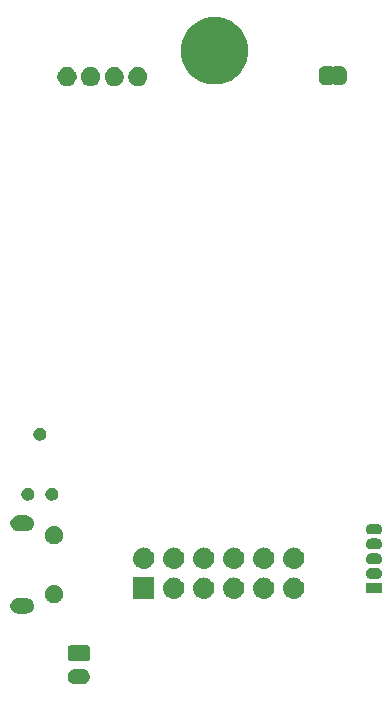
<source format=gbs>
G04 #@! TF.GenerationSoftware,KiCad,Pcbnew,(5.0.1-3-g963ef8bb5)*
G04 #@! TF.CreationDate,2019-10-31T18:10:29+01:00*
G04 #@! TF.ProjectId,oibus-mini-CCC,6F696275732D6D696E692D4343432E6B,rev?*
G04 #@! TF.SameCoordinates,Original*
G04 #@! TF.FileFunction,Soldermask,Bot*
G04 #@! TF.FilePolarity,Negative*
%FSLAX46Y46*%
G04 Gerber Fmt 4.6, Leading zero omitted, Abs format (unit mm)*
G04 Created by KiCad (PCBNEW (5.0.1-3-g963ef8bb5)) date 2019 October 31, Thursday 18:10:29*
%MOMM*%
%LPD*%
G01*
G04 APERTURE LIST*
%ADD10C,0.149860*%
G04 APERTURE END LIST*
D10*
G36*
X7338855Y3647860D02*
X7402618Y3641580D01*
X7484427Y3616763D01*
X7525333Y3604355D01*
X7625491Y3550819D01*
X7638426Y3543905D01*
X7737553Y3462553D01*
X7818905Y3363426D01*
X7818906Y3363424D01*
X7879355Y3250333D01*
X7879355Y3250332D01*
X7916580Y3127618D01*
X7929149Y3000000D01*
X7916580Y2872382D01*
X7891763Y2790573D01*
X7879355Y2749667D01*
X7825819Y2649509D01*
X7818905Y2636574D01*
X7737553Y2537447D01*
X7638426Y2456095D01*
X7638424Y2456094D01*
X7525333Y2395645D01*
X7484427Y2383237D01*
X7402618Y2358420D01*
X7338855Y2352140D01*
X7306974Y2349000D01*
X6693026Y2349000D01*
X6661145Y2352140D01*
X6597382Y2358420D01*
X6515573Y2383237D01*
X6474667Y2395645D01*
X6361576Y2456094D01*
X6361574Y2456095D01*
X6262447Y2537447D01*
X6181095Y2636574D01*
X6174181Y2649509D01*
X6120645Y2749667D01*
X6108237Y2790573D01*
X6083420Y2872382D01*
X6070851Y3000000D01*
X6083420Y3127618D01*
X6120645Y3250332D01*
X6120645Y3250333D01*
X6181094Y3363424D01*
X6181095Y3363426D01*
X6262447Y3462553D01*
X6361574Y3543905D01*
X6374509Y3550819D01*
X6474667Y3604355D01*
X6515573Y3616763D01*
X6597382Y3641580D01*
X6661145Y3647860D01*
X6693026Y3651000D01*
X7306974Y3651000D01*
X7338855Y3647860D01*
X7338855Y3647860D01*
G37*
G36*
X7766242Y5646596D02*
X7803339Y5635343D01*
X7837520Y5617073D01*
X7867482Y5592482D01*
X7892073Y5562520D01*
X7910343Y5528339D01*
X7921596Y5491242D01*
X7926000Y5446527D01*
X7926000Y4553473D01*
X7921596Y4508758D01*
X7910343Y4471661D01*
X7892073Y4437480D01*
X7867482Y4407518D01*
X7837520Y4382927D01*
X7803339Y4364657D01*
X7766242Y4353404D01*
X7721527Y4349000D01*
X6278473Y4349000D01*
X6233758Y4353404D01*
X6196661Y4364657D01*
X6162480Y4382927D01*
X6132518Y4407518D01*
X6107927Y4437480D01*
X6089657Y4471661D01*
X6078404Y4508758D01*
X6074000Y4553473D01*
X6074000Y5446527D01*
X6078404Y5491242D01*
X6089657Y5528339D01*
X6107927Y5562520D01*
X6132518Y5592482D01*
X6162480Y5617073D01*
X6196661Y5635343D01*
X6233758Y5646596D01*
X6278473Y5651000D01*
X7721527Y5651000D01*
X7766242Y5646596D01*
X7766242Y5646596D01*
G37*
G36*
X2613855Y9647860D02*
X2677618Y9641580D01*
X2759427Y9616763D01*
X2800333Y9604355D01*
X2810351Y9599000D01*
X2913426Y9543905D01*
X3012553Y9462553D01*
X3093905Y9363426D01*
X3093906Y9363424D01*
X3154355Y9250333D01*
X3154355Y9250332D01*
X3191580Y9127618D01*
X3204149Y9000000D01*
X3191580Y8872382D01*
X3166763Y8790573D01*
X3154355Y8749667D01*
X3100819Y8649509D01*
X3093905Y8636574D01*
X3012553Y8537447D01*
X2913426Y8456095D01*
X2913424Y8456094D01*
X2800333Y8395645D01*
X2759427Y8383237D01*
X2677618Y8358420D01*
X2613855Y8352140D01*
X2581974Y8349000D01*
X1818026Y8349000D01*
X1786145Y8352140D01*
X1722382Y8358420D01*
X1640573Y8383237D01*
X1599667Y8395645D01*
X1486576Y8456094D01*
X1486574Y8456095D01*
X1387447Y8537447D01*
X1306095Y8636574D01*
X1299181Y8649509D01*
X1245645Y8749667D01*
X1233237Y8790573D01*
X1208420Y8872382D01*
X1195851Y9000000D01*
X1208420Y9127618D01*
X1245645Y9250332D01*
X1245645Y9250333D01*
X1306094Y9363424D01*
X1306095Y9363426D01*
X1387447Y9462553D01*
X1486574Y9543905D01*
X1589649Y9599000D01*
X1599667Y9604355D01*
X1640573Y9616763D01*
X1722382Y9641580D01*
X1786145Y9647860D01*
X1818026Y9651000D01*
X2581974Y9651000D01*
X2613855Y9647860D01*
X2613855Y9647860D01*
G37*
G36*
X5126349Y10746180D02*
X5126352Y10746179D01*
X5126351Y10746179D01*
X5267574Y10687683D01*
X5267575Y10687682D01*
X5394674Y10602757D01*
X5502757Y10494674D01*
X5502759Y10494671D01*
X5587683Y10367574D01*
X5626235Y10274500D01*
X5646180Y10226349D01*
X5676000Y10076431D01*
X5676000Y9923569D01*
X5646180Y9773651D01*
X5646179Y9773649D01*
X5587683Y9632426D01*
X5587682Y9632425D01*
X5502757Y9505326D01*
X5394674Y9397243D01*
X5394671Y9397241D01*
X5267574Y9312317D01*
X5158343Y9267073D01*
X5126349Y9253820D01*
X4976431Y9224000D01*
X4823569Y9224000D01*
X4673651Y9253820D01*
X4641657Y9267073D01*
X4532426Y9312317D01*
X4405329Y9397241D01*
X4405326Y9397243D01*
X4297243Y9505326D01*
X4212318Y9632425D01*
X4212317Y9632426D01*
X4153821Y9773649D01*
X4153820Y9773651D01*
X4124000Y9923569D01*
X4124000Y10076431D01*
X4153820Y10226349D01*
X4173765Y10274500D01*
X4212317Y10367574D01*
X4297241Y10494671D01*
X4297243Y10494674D01*
X4405326Y10602757D01*
X4532425Y10687682D01*
X4532426Y10687683D01*
X4673649Y10746179D01*
X4673648Y10746179D01*
X4673651Y10746180D01*
X4823569Y10776000D01*
X4976431Y10776000D01*
X5126349Y10746180D01*
X5126349Y10746180D01*
G37*
G36*
X15150442Y11394482D02*
X15216627Y11387963D01*
X15329853Y11353616D01*
X15386467Y11336443D01*
X15525087Y11262348D01*
X15542991Y11252778D01*
X15578729Y11223448D01*
X15680186Y11140186D01*
X15763448Y11038729D01*
X15792778Y11002991D01*
X15792779Y11002989D01*
X15876443Y10846467D01*
X15876443Y10846466D01*
X15927963Y10676627D01*
X15945359Y10500000D01*
X15927963Y10323373D01*
X15899792Y10230507D01*
X15876443Y10153533D01*
X15835229Y10076429D01*
X15792778Y9997009D01*
X15763448Y9961271D01*
X15680186Y9859814D01*
X15578729Y9776552D01*
X15542991Y9747222D01*
X15542989Y9747221D01*
X15386467Y9663557D01*
X15345071Y9651000D01*
X15216627Y9612037D01*
X15150443Y9605519D01*
X15084260Y9599000D01*
X14995740Y9599000D01*
X14929557Y9605519D01*
X14863373Y9612037D01*
X14734929Y9651000D01*
X14693533Y9663557D01*
X14537011Y9747221D01*
X14537009Y9747222D01*
X14501271Y9776552D01*
X14399814Y9859814D01*
X14316552Y9961271D01*
X14287222Y9997009D01*
X14244771Y10076429D01*
X14203557Y10153533D01*
X14180208Y10230507D01*
X14152037Y10323373D01*
X14134641Y10500000D01*
X14152037Y10676627D01*
X14203557Y10846466D01*
X14203557Y10846467D01*
X14287221Y11002989D01*
X14287222Y11002991D01*
X14316552Y11038729D01*
X14399814Y11140186D01*
X14501271Y11223448D01*
X14537009Y11252778D01*
X14554913Y11262348D01*
X14693533Y11336443D01*
X14750147Y11353616D01*
X14863373Y11387963D01*
X14929558Y11394482D01*
X14995740Y11401000D01*
X15084260Y11401000D01*
X15150442Y11394482D01*
X15150442Y11394482D01*
G37*
G36*
X13401000Y9599000D02*
X11599000Y9599000D01*
X11599000Y11401000D01*
X13401000Y11401000D01*
X13401000Y9599000D01*
X13401000Y9599000D01*
G37*
G36*
X17690442Y11394482D02*
X17756627Y11387963D01*
X17869853Y11353616D01*
X17926467Y11336443D01*
X18065087Y11262348D01*
X18082991Y11252778D01*
X18118729Y11223448D01*
X18220186Y11140186D01*
X18303448Y11038729D01*
X18332778Y11002991D01*
X18332779Y11002989D01*
X18416443Y10846467D01*
X18416443Y10846466D01*
X18467963Y10676627D01*
X18485359Y10500000D01*
X18467963Y10323373D01*
X18439792Y10230507D01*
X18416443Y10153533D01*
X18375229Y10076429D01*
X18332778Y9997009D01*
X18303448Y9961271D01*
X18220186Y9859814D01*
X18118729Y9776552D01*
X18082991Y9747222D01*
X18082989Y9747221D01*
X17926467Y9663557D01*
X17885071Y9651000D01*
X17756627Y9612037D01*
X17690443Y9605519D01*
X17624260Y9599000D01*
X17535740Y9599000D01*
X17469557Y9605519D01*
X17403373Y9612037D01*
X17274929Y9651000D01*
X17233533Y9663557D01*
X17077011Y9747221D01*
X17077009Y9747222D01*
X17041271Y9776552D01*
X16939814Y9859814D01*
X16856552Y9961271D01*
X16827222Y9997009D01*
X16784771Y10076429D01*
X16743557Y10153533D01*
X16720208Y10230507D01*
X16692037Y10323373D01*
X16674641Y10500000D01*
X16692037Y10676627D01*
X16743557Y10846466D01*
X16743557Y10846467D01*
X16827221Y11002989D01*
X16827222Y11002991D01*
X16856552Y11038729D01*
X16939814Y11140186D01*
X17041271Y11223448D01*
X17077009Y11252778D01*
X17094913Y11262348D01*
X17233533Y11336443D01*
X17290147Y11353616D01*
X17403373Y11387963D01*
X17469558Y11394482D01*
X17535740Y11401000D01*
X17624260Y11401000D01*
X17690442Y11394482D01*
X17690442Y11394482D01*
G37*
G36*
X20230442Y11394482D02*
X20296627Y11387963D01*
X20409853Y11353616D01*
X20466467Y11336443D01*
X20605087Y11262348D01*
X20622991Y11252778D01*
X20658729Y11223448D01*
X20760186Y11140186D01*
X20843448Y11038729D01*
X20872778Y11002991D01*
X20872779Y11002989D01*
X20956443Y10846467D01*
X20956443Y10846466D01*
X21007963Y10676627D01*
X21025359Y10500000D01*
X21007963Y10323373D01*
X20979792Y10230507D01*
X20956443Y10153533D01*
X20915229Y10076429D01*
X20872778Y9997009D01*
X20843448Y9961271D01*
X20760186Y9859814D01*
X20658729Y9776552D01*
X20622991Y9747222D01*
X20622989Y9747221D01*
X20466467Y9663557D01*
X20425071Y9651000D01*
X20296627Y9612037D01*
X20230443Y9605519D01*
X20164260Y9599000D01*
X20075740Y9599000D01*
X20009557Y9605519D01*
X19943373Y9612037D01*
X19814929Y9651000D01*
X19773533Y9663557D01*
X19617011Y9747221D01*
X19617009Y9747222D01*
X19581271Y9776552D01*
X19479814Y9859814D01*
X19396552Y9961271D01*
X19367222Y9997009D01*
X19324771Y10076429D01*
X19283557Y10153533D01*
X19260208Y10230507D01*
X19232037Y10323373D01*
X19214641Y10500000D01*
X19232037Y10676627D01*
X19283557Y10846466D01*
X19283557Y10846467D01*
X19367221Y11002989D01*
X19367222Y11002991D01*
X19396552Y11038729D01*
X19479814Y11140186D01*
X19581271Y11223448D01*
X19617009Y11252778D01*
X19634913Y11262348D01*
X19773533Y11336443D01*
X19830147Y11353616D01*
X19943373Y11387963D01*
X20009558Y11394482D01*
X20075740Y11401000D01*
X20164260Y11401000D01*
X20230442Y11394482D01*
X20230442Y11394482D01*
G37*
G36*
X22770442Y11394482D02*
X22836627Y11387963D01*
X22949853Y11353616D01*
X23006467Y11336443D01*
X23145087Y11262348D01*
X23162991Y11252778D01*
X23198729Y11223448D01*
X23300186Y11140186D01*
X23383448Y11038729D01*
X23412778Y11002991D01*
X23412779Y11002989D01*
X23496443Y10846467D01*
X23496443Y10846466D01*
X23547963Y10676627D01*
X23565359Y10500000D01*
X23547963Y10323373D01*
X23519792Y10230507D01*
X23496443Y10153533D01*
X23455229Y10076429D01*
X23412778Y9997009D01*
X23383448Y9961271D01*
X23300186Y9859814D01*
X23198729Y9776552D01*
X23162991Y9747222D01*
X23162989Y9747221D01*
X23006467Y9663557D01*
X22965071Y9651000D01*
X22836627Y9612037D01*
X22770443Y9605519D01*
X22704260Y9599000D01*
X22615740Y9599000D01*
X22549557Y9605519D01*
X22483373Y9612037D01*
X22354929Y9651000D01*
X22313533Y9663557D01*
X22157011Y9747221D01*
X22157009Y9747222D01*
X22121271Y9776552D01*
X22019814Y9859814D01*
X21936552Y9961271D01*
X21907222Y9997009D01*
X21864771Y10076429D01*
X21823557Y10153533D01*
X21800208Y10230507D01*
X21772037Y10323373D01*
X21754641Y10500000D01*
X21772037Y10676627D01*
X21823557Y10846466D01*
X21823557Y10846467D01*
X21907221Y11002989D01*
X21907222Y11002991D01*
X21936552Y11038729D01*
X22019814Y11140186D01*
X22121271Y11223448D01*
X22157009Y11252778D01*
X22174913Y11262348D01*
X22313533Y11336443D01*
X22370147Y11353616D01*
X22483373Y11387963D01*
X22549558Y11394482D01*
X22615740Y11401000D01*
X22704260Y11401000D01*
X22770442Y11394482D01*
X22770442Y11394482D01*
G37*
G36*
X25310442Y11394482D02*
X25376627Y11387963D01*
X25489853Y11353616D01*
X25546467Y11336443D01*
X25685087Y11262348D01*
X25702991Y11252778D01*
X25738729Y11223448D01*
X25840186Y11140186D01*
X25923448Y11038729D01*
X25952778Y11002991D01*
X25952779Y11002989D01*
X26036443Y10846467D01*
X26036443Y10846466D01*
X26087963Y10676627D01*
X26105359Y10500000D01*
X26087963Y10323373D01*
X26059792Y10230507D01*
X26036443Y10153533D01*
X25995229Y10076429D01*
X25952778Y9997009D01*
X25923448Y9961271D01*
X25840186Y9859814D01*
X25738729Y9776552D01*
X25702991Y9747222D01*
X25702989Y9747221D01*
X25546467Y9663557D01*
X25505071Y9651000D01*
X25376627Y9612037D01*
X25310443Y9605519D01*
X25244260Y9599000D01*
X25155740Y9599000D01*
X25089557Y9605519D01*
X25023373Y9612037D01*
X24894929Y9651000D01*
X24853533Y9663557D01*
X24697011Y9747221D01*
X24697009Y9747222D01*
X24661271Y9776552D01*
X24559814Y9859814D01*
X24476552Y9961271D01*
X24447222Y9997009D01*
X24404771Y10076429D01*
X24363557Y10153533D01*
X24340208Y10230507D01*
X24312037Y10323373D01*
X24294641Y10500000D01*
X24312037Y10676627D01*
X24363557Y10846466D01*
X24363557Y10846467D01*
X24447221Y11002989D01*
X24447222Y11002991D01*
X24476552Y11038729D01*
X24559814Y11140186D01*
X24661271Y11223448D01*
X24697009Y11252778D01*
X24714913Y11262348D01*
X24853533Y11336443D01*
X24910147Y11353616D01*
X25023373Y11387963D01*
X25089558Y11394482D01*
X25155740Y11401000D01*
X25244260Y11401000D01*
X25310442Y11394482D01*
X25310442Y11394482D01*
G37*
G36*
X32569683Y10947275D02*
X32600144Y10938034D01*
X32628223Y10923025D01*
X32652831Y10902831D01*
X32673025Y10878223D01*
X32688034Y10850144D01*
X32697275Y10819683D01*
X32701000Y10781860D01*
X32701000Y10218140D01*
X32697275Y10180317D01*
X32688034Y10149856D01*
X32673025Y10121777D01*
X32652831Y10097169D01*
X32628223Y10076975D01*
X32600144Y10061966D01*
X32569683Y10052725D01*
X32531860Y10049000D01*
X31468140Y10049000D01*
X31430317Y10052725D01*
X31399856Y10061966D01*
X31371777Y10076975D01*
X31347169Y10097169D01*
X31326975Y10121777D01*
X31311966Y10149856D01*
X31302725Y10180317D01*
X31299000Y10218140D01*
X31299000Y10781860D01*
X31302725Y10819683D01*
X31311966Y10850144D01*
X31326975Y10878223D01*
X31347169Y10902831D01*
X31371777Y10923025D01*
X31399856Y10938034D01*
X31430317Y10947275D01*
X31468140Y10951000D01*
X32531860Y10951000D01*
X32569683Y10947275D01*
X32569683Y10947275D01*
G37*
G36*
X32338413Y12194475D02*
X32413456Y12171710D01*
X32423425Y12168686D01*
X32501774Y12126807D01*
X32570448Y12070448D01*
X32626807Y12001774D01*
X32668686Y11923425D01*
X32668687Y11923421D01*
X32694475Y11838413D01*
X32703182Y11750000D01*
X32694475Y11661587D01*
X32671710Y11586544D01*
X32668686Y11576575D01*
X32626807Y11498226D01*
X32570448Y11429552D01*
X32501774Y11373193D01*
X32423425Y11331314D01*
X32413456Y11328290D01*
X32338413Y11305525D01*
X32272158Y11299000D01*
X31727842Y11299000D01*
X31661587Y11305525D01*
X31586544Y11328290D01*
X31576575Y11331314D01*
X31498226Y11373193D01*
X31429552Y11429552D01*
X31373193Y11498226D01*
X31331314Y11576575D01*
X31328290Y11586544D01*
X31305525Y11661587D01*
X31296818Y11750000D01*
X31305525Y11838413D01*
X31331313Y11923421D01*
X31331314Y11923425D01*
X31373193Y12001774D01*
X31429552Y12070448D01*
X31498226Y12126807D01*
X31576575Y12168686D01*
X31586544Y12171710D01*
X31661587Y12194475D01*
X31727842Y12201000D01*
X32272158Y12201000D01*
X32338413Y12194475D01*
X32338413Y12194475D01*
G37*
G36*
X25310443Y13934481D02*
X25376627Y13927963D01*
X25489853Y13893616D01*
X25546467Y13876443D01*
X25630896Y13831314D01*
X25702991Y13792778D01*
X25738729Y13763448D01*
X25840186Y13680186D01*
X25923448Y13578729D01*
X25952778Y13542991D01*
X25952779Y13542989D01*
X26036443Y13386467D01*
X26053616Y13329853D01*
X26087963Y13216627D01*
X26105359Y13040000D01*
X26087963Y12863373D01*
X26076800Y12826575D01*
X26036443Y12693533D01*
X25998845Y12623194D01*
X25952778Y12537009D01*
X25923448Y12501271D01*
X25840186Y12399814D01*
X25738729Y12316552D01*
X25702991Y12287222D01*
X25702989Y12287221D01*
X25546467Y12203557D01*
X25489853Y12186384D01*
X25376627Y12152037D01*
X25310443Y12145519D01*
X25244260Y12139000D01*
X25155740Y12139000D01*
X25089558Y12145518D01*
X25023373Y12152037D01*
X24910147Y12186384D01*
X24853533Y12203557D01*
X24697011Y12287221D01*
X24697009Y12287222D01*
X24661271Y12316552D01*
X24559814Y12399814D01*
X24476552Y12501271D01*
X24447222Y12537009D01*
X24401155Y12623194D01*
X24363557Y12693533D01*
X24323200Y12826575D01*
X24312037Y12863373D01*
X24294641Y13040000D01*
X24312037Y13216627D01*
X24346384Y13329853D01*
X24363557Y13386467D01*
X24447221Y13542989D01*
X24447222Y13542991D01*
X24476552Y13578729D01*
X24559814Y13680186D01*
X24661271Y13763448D01*
X24697009Y13792778D01*
X24769104Y13831314D01*
X24853533Y13876443D01*
X24910147Y13893616D01*
X25023373Y13927963D01*
X25089557Y13934481D01*
X25155740Y13941000D01*
X25244260Y13941000D01*
X25310443Y13934481D01*
X25310443Y13934481D01*
G37*
G36*
X22770443Y13934481D02*
X22836627Y13927963D01*
X22949853Y13893616D01*
X23006467Y13876443D01*
X23090896Y13831314D01*
X23162991Y13792778D01*
X23198729Y13763448D01*
X23300186Y13680186D01*
X23383448Y13578729D01*
X23412778Y13542991D01*
X23412779Y13542989D01*
X23496443Y13386467D01*
X23513616Y13329853D01*
X23547963Y13216627D01*
X23565359Y13040000D01*
X23547963Y12863373D01*
X23536800Y12826575D01*
X23496443Y12693533D01*
X23458845Y12623194D01*
X23412778Y12537009D01*
X23383448Y12501271D01*
X23300186Y12399814D01*
X23198729Y12316552D01*
X23162991Y12287222D01*
X23162989Y12287221D01*
X23006467Y12203557D01*
X22949853Y12186384D01*
X22836627Y12152037D01*
X22770443Y12145519D01*
X22704260Y12139000D01*
X22615740Y12139000D01*
X22549558Y12145518D01*
X22483373Y12152037D01*
X22370147Y12186384D01*
X22313533Y12203557D01*
X22157011Y12287221D01*
X22157009Y12287222D01*
X22121271Y12316552D01*
X22019814Y12399814D01*
X21936552Y12501271D01*
X21907222Y12537009D01*
X21861155Y12623194D01*
X21823557Y12693533D01*
X21783200Y12826575D01*
X21772037Y12863373D01*
X21754641Y13040000D01*
X21772037Y13216627D01*
X21806384Y13329853D01*
X21823557Y13386467D01*
X21907221Y13542989D01*
X21907222Y13542991D01*
X21936552Y13578729D01*
X22019814Y13680186D01*
X22121271Y13763448D01*
X22157009Y13792778D01*
X22229104Y13831314D01*
X22313533Y13876443D01*
X22370147Y13893616D01*
X22483373Y13927963D01*
X22549557Y13934481D01*
X22615740Y13941000D01*
X22704260Y13941000D01*
X22770443Y13934481D01*
X22770443Y13934481D01*
G37*
G36*
X20230443Y13934481D02*
X20296627Y13927963D01*
X20409853Y13893616D01*
X20466467Y13876443D01*
X20550896Y13831314D01*
X20622991Y13792778D01*
X20658729Y13763448D01*
X20760186Y13680186D01*
X20843448Y13578729D01*
X20872778Y13542991D01*
X20872779Y13542989D01*
X20956443Y13386467D01*
X20973616Y13329853D01*
X21007963Y13216627D01*
X21025359Y13040000D01*
X21007963Y12863373D01*
X20996800Y12826575D01*
X20956443Y12693533D01*
X20918845Y12623194D01*
X20872778Y12537009D01*
X20843448Y12501271D01*
X20760186Y12399814D01*
X20658729Y12316552D01*
X20622991Y12287222D01*
X20622989Y12287221D01*
X20466467Y12203557D01*
X20409853Y12186384D01*
X20296627Y12152037D01*
X20230443Y12145519D01*
X20164260Y12139000D01*
X20075740Y12139000D01*
X20009558Y12145518D01*
X19943373Y12152037D01*
X19830147Y12186384D01*
X19773533Y12203557D01*
X19617011Y12287221D01*
X19617009Y12287222D01*
X19581271Y12316552D01*
X19479814Y12399814D01*
X19396552Y12501271D01*
X19367222Y12537009D01*
X19321155Y12623194D01*
X19283557Y12693533D01*
X19243200Y12826575D01*
X19232037Y12863373D01*
X19214641Y13040000D01*
X19232037Y13216627D01*
X19266384Y13329853D01*
X19283557Y13386467D01*
X19367221Y13542989D01*
X19367222Y13542991D01*
X19396552Y13578729D01*
X19479814Y13680186D01*
X19581271Y13763448D01*
X19617009Y13792778D01*
X19689104Y13831314D01*
X19773533Y13876443D01*
X19830147Y13893616D01*
X19943373Y13927963D01*
X20009557Y13934481D01*
X20075740Y13941000D01*
X20164260Y13941000D01*
X20230443Y13934481D01*
X20230443Y13934481D01*
G37*
G36*
X17690443Y13934481D02*
X17756627Y13927963D01*
X17869853Y13893616D01*
X17926467Y13876443D01*
X18010896Y13831314D01*
X18082991Y13792778D01*
X18118729Y13763448D01*
X18220186Y13680186D01*
X18303448Y13578729D01*
X18332778Y13542991D01*
X18332779Y13542989D01*
X18416443Y13386467D01*
X18433616Y13329853D01*
X18467963Y13216627D01*
X18485359Y13040000D01*
X18467963Y12863373D01*
X18456800Y12826575D01*
X18416443Y12693533D01*
X18378845Y12623194D01*
X18332778Y12537009D01*
X18303448Y12501271D01*
X18220186Y12399814D01*
X18118729Y12316552D01*
X18082991Y12287222D01*
X18082989Y12287221D01*
X17926467Y12203557D01*
X17869853Y12186384D01*
X17756627Y12152037D01*
X17690443Y12145519D01*
X17624260Y12139000D01*
X17535740Y12139000D01*
X17469558Y12145518D01*
X17403373Y12152037D01*
X17290147Y12186384D01*
X17233533Y12203557D01*
X17077011Y12287221D01*
X17077009Y12287222D01*
X17041271Y12316552D01*
X16939814Y12399814D01*
X16856552Y12501271D01*
X16827222Y12537009D01*
X16781155Y12623194D01*
X16743557Y12693533D01*
X16703200Y12826575D01*
X16692037Y12863373D01*
X16674641Y13040000D01*
X16692037Y13216627D01*
X16726384Y13329853D01*
X16743557Y13386467D01*
X16827221Y13542989D01*
X16827222Y13542991D01*
X16856552Y13578729D01*
X16939814Y13680186D01*
X17041271Y13763448D01*
X17077009Y13792778D01*
X17149104Y13831314D01*
X17233533Y13876443D01*
X17290147Y13893616D01*
X17403373Y13927963D01*
X17469557Y13934481D01*
X17535740Y13941000D01*
X17624260Y13941000D01*
X17690443Y13934481D01*
X17690443Y13934481D01*
G37*
G36*
X15150443Y13934481D02*
X15216627Y13927963D01*
X15329853Y13893616D01*
X15386467Y13876443D01*
X15470896Y13831314D01*
X15542991Y13792778D01*
X15578729Y13763448D01*
X15680186Y13680186D01*
X15763448Y13578729D01*
X15792778Y13542991D01*
X15792779Y13542989D01*
X15876443Y13386467D01*
X15893616Y13329853D01*
X15927963Y13216627D01*
X15945359Y13040000D01*
X15927963Y12863373D01*
X15916800Y12826575D01*
X15876443Y12693533D01*
X15838845Y12623194D01*
X15792778Y12537009D01*
X15763448Y12501271D01*
X15680186Y12399814D01*
X15578729Y12316552D01*
X15542991Y12287222D01*
X15542989Y12287221D01*
X15386467Y12203557D01*
X15329853Y12186384D01*
X15216627Y12152037D01*
X15150443Y12145519D01*
X15084260Y12139000D01*
X14995740Y12139000D01*
X14929558Y12145518D01*
X14863373Y12152037D01*
X14750147Y12186384D01*
X14693533Y12203557D01*
X14537011Y12287221D01*
X14537009Y12287222D01*
X14501271Y12316552D01*
X14399814Y12399814D01*
X14316552Y12501271D01*
X14287222Y12537009D01*
X14241155Y12623194D01*
X14203557Y12693533D01*
X14163200Y12826575D01*
X14152037Y12863373D01*
X14134641Y13040000D01*
X14152037Y13216627D01*
X14186384Y13329853D01*
X14203557Y13386467D01*
X14287221Y13542989D01*
X14287222Y13542991D01*
X14316552Y13578729D01*
X14399814Y13680186D01*
X14501271Y13763448D01*
X14537009Y13792778D01*
X14609104Y13831314D01*
X14693533Y13876443D01*
X14750147Y13893616D01*
X14863373Y13927963D01*
X14929557Y13934481D01*
X14995740Y13941000D01*
X15084260Y13941000D01*
X15150443Y13934481D01*
X15150443Y13934481D01*
G37*
G36*
X12610443Y13934481D02*
X12676627Y13927963D01*
X12789853Y13893616D01*
X12846467Y13876443D01*
X12930896Y13831314D01*
X13002991Y13792778D01*
X13038729Y13763448D01*
X13140186Y13680186D01*
X13223448Y13578729D01*
X13252778Y13542991D01*
X13252779Y13542989D01*
X13336443Y13386467D01*
X13353616Y13329853D01*
X13387963Y13216627D01*
X13405359Y13040000D01*
X13387963Y12863373D01*
X13376800Y12826575D01*
X13336443Y12693533D01*
X13298845Y12623194D01*
X13252778Y12537009D01*
X13223448Y12501271D01*
X13140186Y12399814D01*
X13038729Y12316552D01*
X13002991Y12287222D01*
X13002989Y12287221D01*
X12846467Y12203557D01*
X12789853Y12186384D01*
X12676627Y12152037D01*
X12610443Y12145519D01*
X12544260Y12139000D01*
X12455740Y12139000D01*
X12389558Y12145518D01*
X12323373Y12152037D01*
X12210147Y12186384D01*
X12153533Y12203557D01*
X11997011Y12287221D01*
X11997009Y12287222D01*
X11961271Y12316552D01*
X11859814Y12399814D01*
X11776552Y12501271D01*
X11747222Y12537009D01*
X11701155Y12623194D01*
X11663557Y12693533D01*
X11623200Y12826575D01*
X11612037Y12863373D01*
X11594641Y13040000D01*
X11612037Y13216627D01*
X11646384Y13329853D01*
X11663557Y13386467D01*
X11747221Y13542989D01*
X11747222Y13542991D01*
X11776552Y13578729D01*
X11859814Y13680186D01*
X11961271Y13763448D01*
X11997009Y13792778D01*
X12069104Y13831314D01*
X12153533Y13876443D01*
X12210147Y13893616D01*
X12323373Y13927963D01*
X12389557Y13934481D01*
X12455740Y13941000D01*
X12544260Y13941000D01*
X12610443Y13934481D01*
X12610443Y13934481D01*
G37*
G36*
X32338413Y13444475D02*
X32413456Y13421710D01*
X32423425Y13418686D01*
X32501774Y13376807D01*
X32570448Y13320448D01*
X32626807Y13251774D01*
X32668686Y13173425D01*
X32668687Y13173421D01*
X32694475Y13088413D01*
X32703182Y13000000D01*
X32694475Y12911587D01*
X32671710Y12836544D01*
X32668686Y12826575D01*
X32626807Y12748226D01*
X32570448Y12679552D01*
X32501774Y12623193D01*
X32423425Y12581314D01*
X32413456Y12578290D01*
X32338413Y12555525D01*
X32272158Y12549000D01*
X31727842Y12549000D01*
X31661587Y12555525D01*
X31586544Y12578290D01*
X31576575Y12581314D01*
X31498226Y12623193D01*
X31429552Y12679552D01*
X31373193Y12748226D01*
X31331314Y12826575D01*
X31328290Y12836544D01*
X31305525Y12911587D01*
X31296818Y13000000D01*
X31305525Y13088413D01*
X31331313Y13173421D01*
X31331314Y13173425D01*
X31373193Y13251774D01*
X31429552Y13320448D01*
X31498226Y13376807D01*
X31576575Y13418686D01*
X31586544Y13421710D01*
X31661587Y13444475D01*
X31727842Y13451000D01*
X32272158Y13451000D01*
X32338413Y13444475D01*
X32338413Y13444475D01*
G37*
G36*
X32338413Y14694475D02*
X32413456Y14671710D01*
X32423425Y14668686D01*
X32501774Y14626807D01*
X32570448Y14570448D01*
X32626807Y14501774D01*
X32668686Y14423425D01*
X32668687Y14423421D01*
X32694475Y14338413D01*
X32703182Y14250000D01*
X32694475Y14161587D01*
X32671710Y14086544D01*
X32668686Y14076575D01*
X32626807Y13998226D01*
X32570448Y13929552D01*
X32501774Y13873193D01*
X32423425Y13831314D01*
X32413456Y13828290D01*
X32338413Y13805525D01*
X32272158Y13799000D01*
X31727842Y13799000D01*
X31661587Y13805525D01*
X31586544Y13828290D01*
X31576575Y13831314D01*
X31498226Y13873193D01*
X31429552Y13929552D01*
X31373193Y13998226D01*
X31331314Y14076575D01*
X31328290Y14086544D01*
X31305525Y14161587D01*
X31296818Y14250000D01*
X31305525Y14338413D01*
X31331313Y14423421D01*
X31331314Y14423425D01*
X31373193Y14501774D01*
X31429552Y14570448D01*
X31498226Y14626807D01*
X31576575Y14668686D01*
X31586544Y14671710D01*
X31661587Y14694475D01*
X31727842Y14701000D01*
X32272158Y14701000D01*
X32338413Y14694475D01*
X32338413Y14694475D01*
G37*
G36*
X5126349Y15746180D02*
X5126352Y15746179D01*
X5126351Y15746179D01*
X5267574Y15687683D01*
X5392956Y15603905D01*
X5394674Y15602757D01*
X5502757Y15494674D01*
X5502759Y15494671D01*
X5587683Y15367574D01*
X5604665Y15326575D01*
X5646180Y15226349D01*
X5676000Y15076431D01*
X5676000Y14923569D01*
X5646180Y14773651D01*
X5646179Y14773649D01*
X5587683Y14632426D01*
X5546270Y14570448D01*
X5502757Y14505326D01*
X5394674Y14397243D01*
X5394671Y14397241D01*
X5267574Y14312317D01*
X5158343Y14267073D01*
X5126349Y14253820D01*
X4976431Y14224000D01*
X4823569Y14224000D01*
X4673651Y14253820D01*
X4641657Y14267073D01*
X4532426Y14312317D01*
X4405329Y14397241D01*
X4405326Y14397243D01*
X4297243Y14505326D01*
X4253730Y14570448D01*
X4212317Y14632426D01*
X4153821Y14773649D01*
X4153820Y14773651D01*
X4124000Y14923569D01*
X4124000Y15076431D01*
X4153820Y15226349D01*
X4195335Y15326575D01*
X4212317Y15367574D01*
X4297241Y15494671D01*
X4297243Y15494674D01*
X4405326Y15602757D01*
X4407044Y15603905D01*
X4532426Y15687683D01*
X4673649Y15746179D01*
X4673648Y15746179D01*
X4673651Y15746180D01*
X4823569Y15776000D01*
X4976431Y15776000D01*
X5126349Y15746180D01*
X5126349Y15746180D01*
G37*
G36*
X32338413Y15944475D02*
X32413456Y15921710D01*
X32423425Y15918686D01*
X32501774Y15876807D01*
X32570448Y15820448D01*
X32626807Y15751774D01*
X32668686Y15673425D01*
X32668687Y15673421D01*
X32694475Y15588413D01*
X32703182Y15500000D01*
X32694475Y15411587D01*
X32671710Y15336544D01*
X32668686Y15326575D01*
X32626807Y15248226D01*
X32570448Y15179552D01*
X32501774Y15123193D01*
X32423425Y15081314D01*
X32413456Y15078290D01*
X32338413Y15055525D01*
X32272158Y15049000D01*
X31727842Y15049000D01*
X31661587Y15055525D01*
X31586544Y15078290D01*
X31576575Y15081314D01*
X31498226Y15123193D01*
X31429552Y15179552D01*
X31373193Y15248226D01*
X31331314Y15326575D01*
X31328290Y15336544D01*
X31305525Y15411587D01*
X31296818Y15500000D01*
X31305525Y15588413D01*
X31331313Y15673421D01*
X31331314Y15673425D01*
X31373193Y15751774D01*
X31429552Y15820448D01*
X31498226Y15876807D01*
X31576575Y15918686D01*
X31586544Y15921710D01*
X31661587Y15944475D01*
X31727842Y15951000D01*
X32272158Y15951000D01*
X32338413Y15944475D01*
X32338413Y15944475D01*
G37*
G36*
X2613855Y16647860D02*
X2677618Y16641580D01*
X2759427Y16616763D01*
X2800333Y16604355D01*
X2900491Y16550819D01*
X2913426Y16543905D01*
X3012553Y16462553D01*
X3093905Y16363426D01*
X3093906Y16363424D01*
X3154355Y16250333D01*
X3154355Y16250332D01*
X3191580Y16127618D01*
X3204149Y16000000D01*
X3191580Y15872382D01*
X3175826Y15820448D01*
X3154355Y15749667D01*
X3121223Y15687682D01*
X3093905Y15636574D01*
X3012553Y15537447D01*
X2913426Y15456095D01*
X2913424Y15456094D01*
X2800333Y15395645D01*
X2759427Y15383237D01*
X2677618Y15358420D01*
X2613855Y15352140D01*
X2581974Y15349000D01*
X1818026Y15349000D01*
X1786145Y15352140D01*
X1722382Y15358420D01*
X1640573Y15383237D01*
X1599667Y15395645D01*
X1486576Y15456094D01*
X1486574Y15456095D01*
X1387447Y15537447D01*
X1306095Y15636574D01*
X1278777Y15687682D01*
X1245645Y15749667D01*
X1224174Y15820448D01*
X1208420Y15872382D01*
X1195851Y16000000D01*
X1208420Y16127618D01*
X1245645Y16250332D01*
X1245645Y16250333D01*
X1306094Y16363424D01*
X1306095Y16363426D01*
X1387447Y16462553D01*
X1486574Y16543905D01*
X1499509Y16550819D01*
X1599667Y16604355D01*
X1640573Y16616763D01*
X1722382Y16641580D01*
X1786145Y16647860D01*
X1818026Y16651000D01*
X2581974Y16651000D01*
X2613855Y16647860D01*
X2613855Y16647860D01*
G37*
G36*
X4875350Y18985306D02*
X4974770Y18944125D01*
X5064249Y18884337D01*
X5140337Y18808249D01*
X5200125Y18718770D01*
X5241306Y18619350D01*
X5262300Y18513806D01*
X5262300Y18406194D01*
X5241306Y18300650D01*
X5200125Y18201230D01*
X5140337Y18111751D01*
X5064249Y18035663D01*
X5064246Y18035661D01*
X4974770Y17975875D01*
X4875350Y17934694D01*
X4769806Y17913700D01*
X4662194Y17913700D01*
X4556650Y17934694D01*
X4457230Y17975875D01*
X4367754Y18035661D01*
X4367751Y18035663D01*
X4291663Y18111751D01*
X4231875Y18201230D01*
X4190694Y18300650D01*
X4169700Y18406194D01*
X4169700Y18513806D01*
X4190694Y18619350D01*
X4231875Y18718770D01*
X4291663Y18808249D01*
X4367751Y18884337D01*
X4457230Y18944125D01*
X4556650Y18985306D01*
X4662194Y19006300D01*
X4769806Y19006300D01*
X4875350Y18985306D01*
X4875350Y18985306D01*
G37*
G36*
X2843350Y18985306D02*
X2942770Y18944125D01*
X3032249Y18884337D01*
X3108337Y18808249D01*
X3168125Y18718770D01*
X3209306Y18619350D01*
X3230300Y18513806D01*
X3230300Y18406194D01*
X3209306Y18300650D01*
X3168125Y18201230D01*
X3108337Y18111751D01*
X3032249Y18035663D01*
X3032246Y18035661D01*
X2942770Y17975875D01*
X2843350Y17934694D01*
X2737806Y17913700D01*
X2630194Y17913700D01*
X2524650Y17934694D01*
X2425230Y17975875D01*
X2335754Y18035661D01*
X2335751Y18035663D01*
X2259663Y18111751D01*
X2199875Y18201230D01*
X2158694Y18300650D01*
X2137700Y18406194D01*
X2137700Y18513806D01*
X2158694Y18619350D01*
X2199875Y18718770D01*
X2259663Y18808249D01*
X2335751Y18884337D01*
X2425230Y18944125D01*
X2524650Y18985306D01*
X2630194Y19006300D01*
X2737806Y19006300D01*
X2843350Y18985306D01*
X2843350Y18985306D01*
G37*
G36*
X3859350Y24065306D02*
X3958770Y24024125D01*
X4048249Y23964337D01*
X4124337Y23888249D01*
X4184125Y23798770D01*
X4225306Y23699350D01*
X4246300Y23593806D01*
X4246300Y23486194D01*
X4225306Y23380650D01*
X4184125Y23281230D01*
X4124337Y23191751D01*
X4048249Y23115663D01*
X4048246Y23115661D01*
X3958770Y23055875D01*
X3859350Y23014694D01*
X3753806Y22993700D01*
X3646194Y22993700D01*
X3540650Y23014694D01*
X3441230Y23055875D01*
X3351754Y23115661D01*
X3351751Y23115663D01*
X3275663Y23191751D01*
X3215875Y23281230D01*
X3174694Y23380650D01*
X3153700Y23486194D01*
X3153700Y23593806D01*
X3174694Y23699350D01*
X3215875Y23798770D01*
X3275663Y23888249D01*
X3351751Y23964337D01*
X3441230Y24024125D01*
X3540650Y24065306D01*
X3646194Y24086300D01*
X3753806Y24086300D01*
X3859350Y24065306D01*
X3859350Y24065306D01*
G37*
G36*
X8237142Y54581758D02*
X8385102Y54520470D01*
X8518258Y54431498D01*
X8631498Y54318258D01*
X8711178Y54199009D01*
X8720471Y54185100D01*
X8729957Y54162198D01*
X8781758Y54037142D01*
X8813000Y53880075D01*
X8813000Y53719925D01*
X8781758Y53562858D01*
X8720470Y53414898D01*
X8706968Y53394691D01*
X8631499Y53281743D01*
X8518257Y53168501D01*
X8461218Y53130389D01*
X8385102Y53079530D01*
X8237142Y53018242D01*
X8080075Y52987000D01*
X7919925Y52987000D01*
X7762858Y53018242D01*
X7614898Y53079530D01*
X7538782Y53130389D01*
X7481743Y53168501D01*
X7368501Y53281743D01*
X7293032Y53394691D01*
X7279530Y53414898D01*
X7218242Y53562858D01*
X7187000Y53719925D01*
X7187000Y53880075D01*
X7218242Y54037142D01*
X7270043Y54162198D01*
X7279529Y54185100D01*
X7288823Y54199009D01*
X7368502Y54318258D01*
X7481742Y54431498D01*
X7614898Y54520470D01*
X7762858Y54581758D01*
X7919925Y54613000D01*
X8080075Y54613000D01*
X8237142Y54581758D01*
X8237142Y54581758D01*
G37*
G36*
X10237142Y54581758D02*
X10385102Y54520470D01*
X10518258Y54431498D01*
X10631498Y54318258D01*
X10711178Y54199009D01*
X10720471Y54185100D01*
X10729957Y54162198D01*
X10781758Y54037142D01*
X10813000Y53880075D01*
X10813000Y53719925D01*
X10781758Y53562858D01*
X10720470Y53414898D01*
X10706968Y53394691D01*
X10631499Y53281743D01*
X10518257Y53168501D01*
X10461218Y53130389D01*
X10385102Y53079530D01*
X10237142Y53018242D01*
X10080075Y52987000D01*
X9919925Y52987000D01*
X9762858Y53018242D01*
X9614898Y53079530D01*
X9538782Y53130389D01*
X9481743Y53168501D01*
X9368501Y53281743D01*
X9293032Y53394691D01*
X9279530Y53414898D01*
X9218242Y53562858D01*
X9187000Y53719925D01*
X9187000Y53880075D01*
X9218242Y54037142D01*
X9270043Y54162198D01*
X9279529Y54185100D01*
X9288823Y54199009D01*
X9368502Y54318258D01*
X9481742Y54431498D01*
X9614898Y54520470D01*
X9762858Y54581758D01*
X9919925Y54613000D01*
X10080075Y54613000D01*
X10237142Y54581758D01*
X10237142Y54581758D01*
G37*
G36*
X12237142Y54581758D02*
X12385102Y54520470D01*
X12518258Y54431498D01*
X12631498Y54318258D01*
X12711178Y54199009D01*
X12720471Y54185100D01*
X12729957Y54162198D01*
X12781758Y54037142D01*
X12813000Y53880075D01*
X12813000Y53719925D01*
X12781758Y53562858D01*
X12720470Y53414898D01*
X12706968Y53394691D01*
X12631499Y53281743D01*
X12518257Y53168501D01*
X12461218Y53130389D01*
X12385102Y53079530D01*
X12237142Y53018242D01*
X12080075Y52987000D01*
X11919925Y52987000D01*
X11762858Y53018242D01*
X11614898Y53079530D01*
X11538782Y53130389D01*
X11481743Y53168501D01*
X11368501Y53281743D01*
X11293032Y53394691D01*
X11279530Y53414898D01*
X11218242Y53562858D01*
X11187000Y53719925D01*
X11187000Y53880075D01*
X11218242Y54037142D01*
X11270043Y54162198D01*
X11279529Y54185100D01*
X11288823Y54199009D01*
X11368502Y54318258D01*
X11481742Y54431498D01*
X11614898Y54520470D01*
X11762858Y54581758D01*
X11919925Y54613000D01*
X12080075Y54613000D01*
X12237142Y54581758D01*
X12237142Y54581758D01*
G37*
G36*
X6237142Y54581758D02*
X6385102Y54520470D01*
X6518258Y54431498D01*
X6631498Y54318258D01*
X6711178Y54199009D01*
X6720471Y54185100D01*
X6729957Y54162198D01*
X6781758Y54037142D01*
X6813000Y53880075D01*
X6813000Y53719925D01*
X6781758Y53562858D01*
X6720470Y53414898D01*
X6706968Y53394691D01*
X6631499Y53281743D01*
X6518257Y53168501D01*
X6461218Y53130389D01*
X6385102Y53079530D01*
X6237142Y53018242D01*
X6080075Y52987000D01*
X5919925Y52987000D01*
X5762858Y53018242D01*
X5614898Y53079530D01*
X5538782Y53130389D01*
X5481743Y53168501D01*
X5368501Y53281743D01*
X5293032Y53394691D01*
X5279530Y53414898D01*
X5218242Y53562858D01*
X5187000Y53719925D01*
X5187000Y53880075D01*
X5218242Y54037142D01*
X5270043Y54162198D01*
X5279529Y54185100D01*
X5288823Y54199009D01*
X5368502Y54318258D01*
X5481742Y54431498D01*
X5614898Y54520470D01*
X5762858Y54581758D01*
X5919925Y54613000D01*
X6080075Y54613000D01*
X6237142Y54581758D01*
X6237142Y54581758D01*
G37*
G36*
X28359999Y54700263D02*
X28369611Y54697347D01*
X28378469Y54692612D01*
X28386237Y54686237D01*
X28396446Y54673798D01*
X28403372Y54663432D01*
X28420698Y54646105D01*
X28441073Y54632490D01*
X28463711Y54623112D01*
X28487745Y54618331D01*
X28512249Y54618331D01*
X28536283Y54623111D01*
X28558922Y54632487D01*
X28579297Y54646101D01*
X28596624Y54663427D01*
X28603552Y54673796D01*
X28613763Y54686237D01*
X28621531Y54692612D01*
X28630389Y54697347D01*
X28640001Y54700263D01*
X28656140Y54701852D01*
X29143860Y54701852D01*
X29162198Y54700046D01*
X29174450Y54699444D01*
X29192869Y54699444D01*
X29215149Y54697250D01*
X29299236Y54680524D01*
X29320655Y54674026D01*
X29399871Y54641215D01*
X29419607Y54630665D01*
X29490897Y54583031D01*
X29508208Y54568824D01*
X29568824Y54508208D01*
X29583031Y54490897D01*
X29630665Y54419607D01*
X29641215Y54399871D01*
X29674026Y54320655D01*
X29680524Y54299236D01*
X29697250Y54215149D01*
X29699444Y54192869D01*
X29699444Y54174450D01*
X29700046Y54162198D01*
X29701852Y54143861D01*
X29701852Y53656140D01*
X29700046Y53637802D01*
X29699444Y53625550D01*
X29699444Y53607131D01*
X29697250Y53584851D01*
X29680524Y53500764D01*
X29674026Y53479345D01*
X29641215Y53400129D01*
X29630665Y53380393D01*
X29583031Y53309103D01*
X29568824Y53291792D01*
X29508208Y53231176D01*
X29490897Y53216969D01*
X29419607Y53169335D01*
X29399871Y53158785D01*
X29320655Y53125974D01*
X29299236Y53119476D01*
X29215149Y53102750D01*
X29192869Y53100556D01*
X29174450Y53100556D01*
X29162198Y53099954D01*
X29143861Y53098148D01*
X28656140Y53098148D01*
X28640001Y53099737D01*
X28630389Y53102653D01*
X28621531Y53107388D01*
X28613763Y53113763D01*
X28603554Y53126202D01*
X28596628Y53136568D01*
X28579302Y53153895D01*
X28558927Y53167510D01*
X28536289Y53176888D01*
X28512255Y53181669D01*
X28487751Y53181669D01*
X28463717Y53176889D01*
X28441078Y53167513D01*
X28420703Y53153899D01*
X28403376Y53136573D01*
X28396448Y53126204D01*
X28386237Y53113763D01*
X28378469Y53107388D01*
X28369611Y53102653D01*
X28359999Y53099737D01*
X28343860Y53098148D01*
X27856139Y53098148D01*
X27837802Y53099954D01*
X27825550Y53100556D01*
X27807131Y53100556D01*
X27784851Y53102750D01*
X27700764Y53119476D01*
X27679345Y53125974D01*
X27600129Y53158785D01*
X27580393Y53169335D01*
X27509103Y53216969D01*
X27491792Y53231176D01*
X27431176Y53291792D01*
X27416969Y53309103D01*
X27369335Y53380393D01*
X27358785Y53400129D01*
X27325974Y53479345D01*
X27319476Y53500764D01*
X27302750Y53584851D01*
X27300556Y53607131D01*
X27300556Y53625550D01*
X27299954Y53637802D01*
X27298148Y53656140D01*
X27298148Y54143861D01*
X27299954Y54162198D01*
X27300556Y54174450D01*
X27300556Y54192869D01*
X27302750Y54215149D01*
X27319476Y54299236D01*
X27325974Y54320655D01*
X27358785Y54399871D01*
X27369335Y54419607D01*
X27416969Y54490897D01*
X27431176Y54508208D01*
X27491792Y54568824D01*
X27509103Y54583031D01*
X27580393Y54630665D01*
X27600129Y54641215D01*
X27679345Y54674026D01*
X27700764Y54680524D01*
X27784851Y54697250D01*
X27807131Y54699444D01*
X27825550Y54699444D01*
X27837802Y54700046D01*
X27856140Y54701852D01*
X28343860Y54701852D01*
X28359999Y54700263D01*
X28359999Y54700263D01*
G37*
G36*
X19331606Y58741438D02*
X19850455Y58526524D01*
X20314259Y58216620D01*
X20317410Y58214514D01*
X20714514Y57817410D01*
X20714516Y57817407D01*
X21026524Y57350455D01*
X21241438Y56831606D01*
X21351000Y56280799D01*
X21351000Y55719201D01*
X21241438Y55168394D01*
X21026524Y54649545D01*
X20736269Y54215149D01*
X20714514Y54182590D01*
X20317410Y53785486D01*
X20317407Y53785484D01*
X19850455Y53473476D01*
X19331606Y53258562D01*
X19142190Y53220885D01*
X18780800Y53149000D01*
X18219200Y53149000D01*
X17857810Y53220885D01*
X17668394Y53258562D01*
X17149545Y53473476D01*
X16682593Y53785484D01*
X16682590Y53785486D01*
X16285486Y54182590D01*
X16263731Y54215149D01*
X15973476Y54649545D01*
X15758562Y55168394D01*
X15649000Y55719201D01*
X15649000Y56280799D01*
X15758562Y56831606D01*
X15973476Y57350455D01*
X16285484Y57817407D01*
X16285486Y57817410D01*
X16682590Y58214514D01*
X16685741Y58216620D01*
X17149545Y58526524D01*
X17668394Y58741438D01*
X18219200Y58851000D01*
X18780800Y58851000D01*
X19331606Y58741438D01*
X19331606Y58741438D01*
G37*
M02*

</source>
